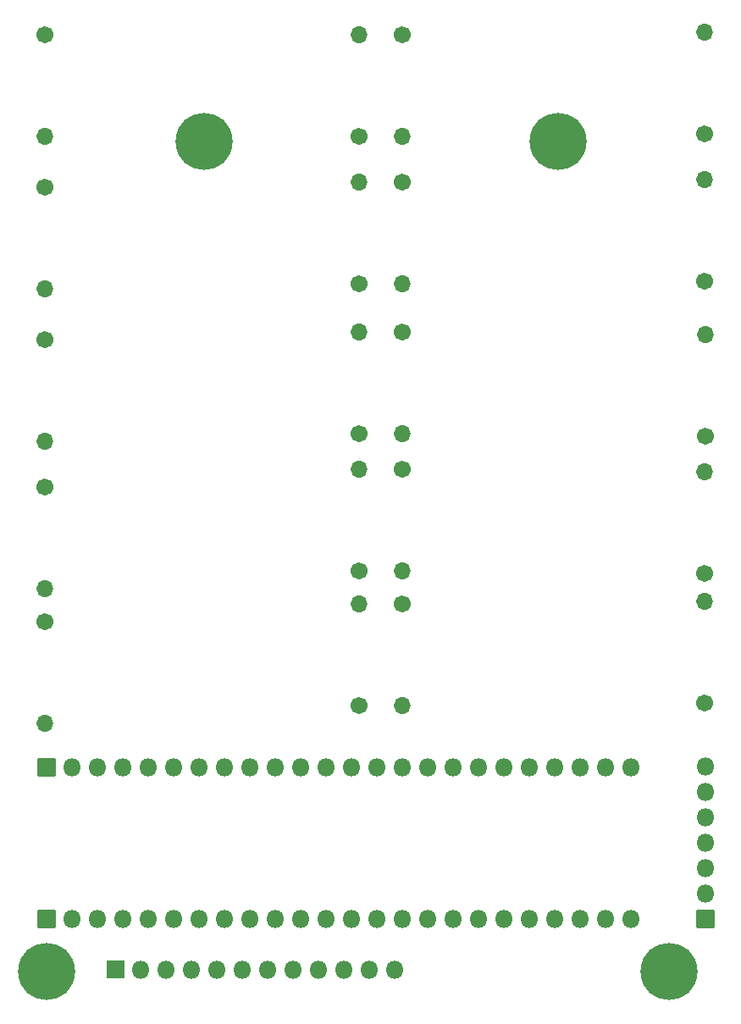
<source format=gbs>
%TF.GenerationSoftware,KiCad,Pcbnew,(5.99.0-2415-gbbdd3fce7)*%
%TF.CreationDate,2020-09-24T22:56:08-07:00*%
%TF.ProjectId,BubblePCB_20,42756262-6c65-4504-9342-5f32302e6b69,rev?*%
%TF.SameCoordinates,Original*%
%TF.FileFunction,Soldermask,Bot*%
%TF.FilePolarity,Negative*%
%FSLAX46Y46*%
G04 Gerber Fmt 4.6, Leading zero omitted, Abs format (unit mm)*
G04 Created by KiCad (PCBNEW (5.99.0-2415-gbbdd3fce7)) date 2020-09-24 22:56:08*
%MOMM*%
%LPD*%
G01*
G04 APERTURE LIST*
%ADD10O,1.801600X1.801600*%
%ADD11C,5.701600*%
%ADD12C,1.701600*%
%ADD13O,1.701600X1.701600*%
G04 APERTURE END LIST*
D10*
%TO.C,J4*%
X70358000Y-149352000D03*
X67818000Y-149352000D03*
X65278000Y-149352000D03*
X62738000Y-149352000D03*
X60198000Y-149352000D03*
X57658000Y-149352000D03*
X55118000Y-149352000D03*
X52578000Y-149352000D03*
X50038000Y-149352000D03*
X47498000Y-149352000D03*
X44958000Y-149352000D03*
G36*
G01*
X43264964Y-150252800D02*
X41571036Y-150252800D01*
G75*
G02*
X41517200Y-150198964I0J53836D01*
G01*
X41517200Y-148505036D01*
G75*
G02*
X41571036Y-148451200I53836J0D01*
G01*
X43264964Y-148451200D01*
G75*
G02*
X43318800Y-148505036I0J-53836D01*
G01*
X43318800Y-150198964D01*
G75*
G02*
X43264964Y-150252800I-53836J0D01*
G01*
G37*
%TD*%
%TO.C,J3*%
X101410000Y-129040000D03*
X101410000Y-131580000D03*
X101410000Y-134120000D03*
X101410000Y-136660000D03*
X101410000Y-139200000D03*
X101410000Y-141740000D03*
G36*
G01*
X102310800Y-143433036D02*
X102310800Y-145126964D01*
G75*
G02*
X102256964Y-145180800I-53836J0D01*
G01*
X100563036Y-145180800D01*
G75*
G02*
X100509200Y-145126964I0J53836D01*
G01*
X100509200Y-143433036D01*
G75*
G02*
X100563036Y-143379200I53836J0D01*
G01*
X102256964Y-143379200D01*
G75*
G02*
X102310800Y-143433036I0J-53836D01*
G01*
G37*
%TD*%
D11*
%TO.C,REF\u002A\u002A*%
X51250000Y-66548000D03*
%TD*%
%TO.C,REF\u002A\u002A*%
X86683000Y-66548000D03*
%TD*%
%TO.C,REF\u002A\u002A*%
X97790000Y-149500000D03*
%TD*%
%TO.C,a*%
X35500000Y-149500000D03*
%TD*%
D12*
%TO.C,R6*%
X66802000Y-122936000D03*
D13*
X66802000Y-112776000D03*
%TD*%
D12*
%TO.C,R10*%
X66802000Y-66040000D03*
D13*
X66802000Y-55880000D03*
%TD*%
D12*
%TO.C,R1*%
X35372201Y-114554000D03*
D13*
X35372201Y-124714000D03*
%TD*%
D12*
%TO.C,R8*%
X66802000Y-95758000D03*
D13*
X66802000Y-85598000D03*
%TD*%
%TO.C,J1*%
G36*
G01*
X36396964Y-130030800D02*
X34703036Y-130030800D01*
G75*
G02*
X34649200Y-129976964I0J53836D01*
G01*
X34649200Y-128283036D01*
G75*
G02*
X34703036Y-128229200I53836J0D01*
G01*
X36396964Y-128229200D01*
G75*
G02*
X36450800Y-128283036I0J-53836D01*
G01*
X36450800Y-129976964D01*
G75*
G02*
X36396964Y-130030800I-53836J0D01*
G01*
G37*
D10*
X38090000Y-129130000D03*
X40630000Y-129130000D03*
X43170000Y-129130000D03*
X45710000Y-129130000D03*
X48250000Y-129130000D03*
X50790000Y-129130000D03*
X53330000Y-129130000D03*
X55870000Y-129130000D03*
X58410000Y-129130000D03*
X60950000Y-129130000D03*
X63490000Y-129130000D03*
X66030000Y-129130000D03*
X68570000Y-129130000D03*
X71110000Y-129130000D03*
X73650000Y-129130000D03*
X76190000Y-129130000D03*
X78730000Y-129130000D03*
X81270000Y-129130000D03*
X83810000Y-129130000D03*
X86350000Y-129130000D03*
X88890000Y-129130000D03*
X91430000Y-129130000D03*
X93970000Y-129130000D03*
%TD*%
%TO.C,J2*%
G36*
G01*
X36396964Y-145180800D02*
X34703036Y-145180800D01*
G75*
G02*
X34649200Y-145126964I0J53836D01*
G01*
X34649200Y-143433036D01*
G75*
G02*
X34703036Y-143379200I53836J0D01*
G01*
X36396964Y-143379200D01*
G75*
G02*
X36450800Y-143433036I0J-53836D01*
G01*
X36450800Y-145126964D01*
G75*
G02*
X36396964Y-145180800I-53836J0D01*
G01*
G37*
X38090000Y-144280000D03*
X40630000Y-144280000D03*
X43170000Y-144280000D03*
X45710000Y-144280000D03*
X48250000Y-144280000D03*
X50790000Y-144280000D03*
X53330000Y-144280000D03*
X55870000Y-144280000D03*
X58410000Y-144280000D03*
X60950000Y-144280000D03*
X63490000Y-144280000D03*
X66030000Y-144280000D03*
X68570000Y-144280000D03*
X71110000Y-144280000D03*
X73650000Y-144280000D03*
X76190000Y-144280000D03*
X78730000Y-144280000D03*
X81270000Y-144280000D03*
X83810000Y-144280000D03*
X86350000Y-144280000D03*
X88890000Y-144280000D03*
X91430000Y-144280000D03*
X93970000Y-144280000D03*
%TD*%
D12*
%TO.C,R4*%
X35372201Y-71120000D03*
D13*
X35372201Y-81280000D03*
%TD*%
D12*
%TO.C,R16*%
X101346000Y-122682000D03*
D13*
X101346000Y-112522000D03*
%TD*%
D12*
%TO.C,R19*%
X101346000Y-80543181D03*
D13*
X101346000Y-70383181D03*
%TD*%
D12*
%TO.C,R5*%
X35372201Y-55880000D03*
D13*
X35372201Y-66040000D03*
%TD*%
D12*
%TO.C,R12*%
X71120000Y-99364800D03*
D13*
X71120000Y-109524800D03*
%TD*%
D12*
%TO.C,R11*%
X71120000Y-112826800D03*
D13*
X71120000Y-122986800D03*
%TD*%
D12*
%TO.C,R9*%
X66802000Y-80772000D03*
D13*
X66802000Y-70612000D03*
%TD*%
D12*
%TO.C,R7*%
X66802000Y-109474000D03*
D13*
X66802000Y-99314000D03*
%TD*%
D12*
%TO.C,R3*%
X35372201Y-86360000D03*
D13*
X35372201Y-96520000D03*
%TD*%
D12*
%TO.C,R17*%
X101346000Y-109756737D03*
D13*
X101346000Y-99596737D03*
%TD*%
D12*
%TO.C,R13*%
X71120000Y-85598000D03*
D13*
X71120000Y-95758000D03*
%TD*%
D12*
%TO.C,R2*%
X35372201Y-101092000D03*
D13*
X35372201Y-111252000D03*
%TD*%
D12*
%TO.C,R15*%
X71120000Y-55880000D03*
D13*
X71120000Y-66040000D03*
%TD*%
D12*
%TO.C,R14*%
X71120000Y-70612000D03*
D13*
X71120000Y-80772000D03*
%TD*%
D12*
%TO.C,R20*%
X101346000Y-65835388D03*
D13*
X101346000Y-55675388D03*
%TD*%
D12*
%TO.C,R18*%
X101396800Y-96021611D03*
D13*
X101396800Y-85861611D03*
%TD*%
M02*

</source>
